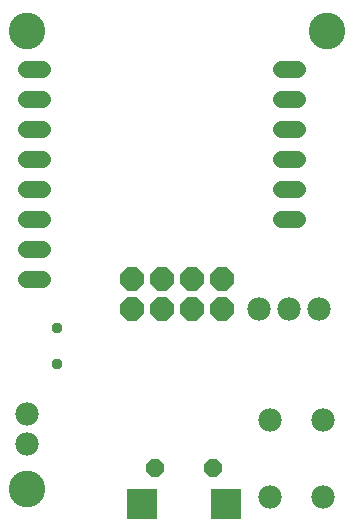
<source format=gbs>
G75*
G70*
%OFA0B0*%
%FSLAX24Y24*%
%IPPOS*%
%LPD*%
%AMOC8*
5,1,8,0,0,1.08239X$1,22.5*
%
%ADD10C,0.1221*%
%ADD11OC8,0.0780*%
%ADD12C,0.0560*%
%ADD13C,0.0780*%
%ADD14OC8,0.0600*%
%ADD15R,0.0985X0.0985*%
%ADD16C,0.0375*%
D10*
X001180Y001708D03*
X001180Y016958D03*
X011180Y016958D03*
D11*
X007680Y008708D03*
X007680Y007708D03*
X006680Y007708D03*
X006680Y008708D03*
X005680Y008708D03*
X005680Y007708D03*
X004680Y007708D03*
X004680Y008708D03*
D12*
X001690Y008708D02*
X001170Y008708D01*
X001170Y009708D02*
X001690Y009708D01*
X001690Y010708D02*
X001170Y010708D01*
X001170Y011708D02*
X001690Y011708D01*
X001690Y012708D02*
X001170Y012708D01*
X001170Y013708D02*
X001690Y013708D01*
X001690Y014708D02*
X001170Y014708D01*
X001170Y015708D02*
X001690Y015708D01*
X009670Y015708D02*
X010190Y015708D01*
X010190Y014708D02*
X009670Y014708D01*
X009670Y013708D02*
X010190Y013708D01*
X010190Y012708D02*
X009670Y012708D01*
X009670Y011708D02*
X010190Y011708D01*
X010190Y010708D02*
X009670Y010708D01*
D13*
X009930Y007708D03*
X008930Y007708D03*
X010930Y007708D03*
X011070Y003988D03*
X009290Y003988D03*
X009290Y001428D03*
X011070Y001428D03*
X001180Y003208D03*
X001180Y004208D03*
D14*
X005465Y002389D03*
X007395Y002389D03*
D15*
X007830Y001208D03*
X005030Y001208D03*
D16*
X002180Y005867D03*
X002180Y007048D03*
M02*

</source>
